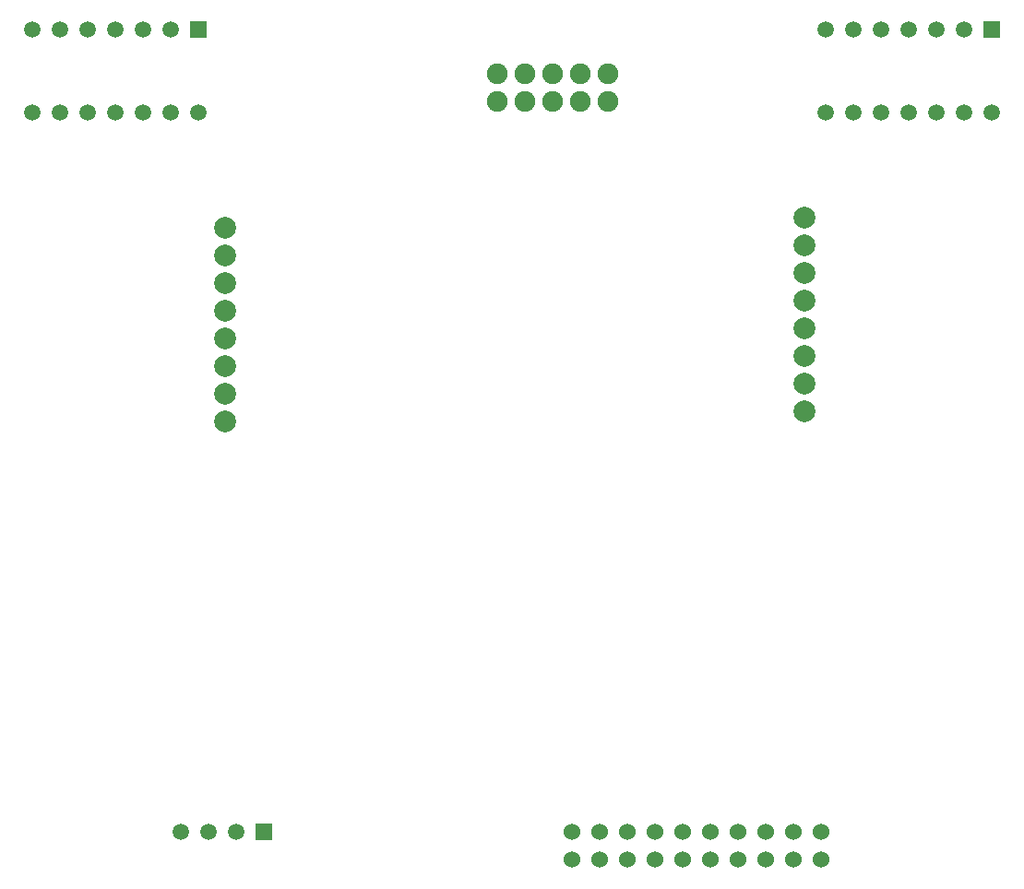
<source format=gbr>
%TF.GenerationSoftware,Altium Limited,Altium Designer,24.1.2 (44)*%
G04 Layer_Color=255*
%FSLAX45Y45*%
%MOMM*%
%TF.SameCoordinates,E01E6690-4C2E-4FB1-AE08-5A5A66155338*%
%TF.FilePolarity,Positive*%
%TF.FileFunction,Pads,Bot*%
%TF.Part,Single*%
G01*
G75*
%TA.AperFunction,ComponentPad*%
%ADD41C,1.52400*%
%ADD42C,1.50000*%
%ADD43R,1.50000X1.50000*%
%ADD44C,2.00000*%
%ADD45C,1.90000*%
%ADD46R,1.50000X1.50000*%
D41*
X10134590Y3581390D02*
D03*
X10388600Y3581400D02*
D03*
X10642600D02*
D03*
X10896600D02*
D03*
X11150600D02*
D03*
X11404600D02*
D03*
X11658590Y3581390D02*
D03*
X11912600Y3581400D02*
D03*
X12166600D02*
D03*
X12420600D02*
D03*
Y3327400D02*
D03*
X12166590Y3327390D02*
D03*
X11912600Y3327400D02*
D03*
X11658600D02*
D03*
X11404600D02*
D03*
X11150600D02*
D03*
X10896600D02*
D03*
X10642600D02*
D03*
X10388600D02*
D03*
X10134600D02*
D03*
D42*
X6540500Y3581400D02*
D03*
X6794500D02*
D03*
X7048500D02*
D03*
X12458700Y10185400D02*
D03*
X12712700D02*
D03*
X12966701D02*
D03*
X13220700D02*
D03*
X13474699D02*
D03*
X13728700D02*
D03*
X13982700D02*
D03*
X12458700Y10947400D02*
D03*
X12712700D02*
D03*
X12966701D02*
D03*
X13220700D02*
D03*
X13474699D02*
D03*
X13728700D02*
D03*
X5181600Y10185400D02*
D03*
X5435600D02*
D03*
X5689600D02*
D03*
X5943600D02*
D03*
X6197600D02*
D03*
X6451600D02*
D03*
X6705600D02*
D03*
X5181600Y10947400D02*
D03*
X5435600D02*
D03*
X5689600D02*
D03*
X5943600D02*
D03*
X6197600D02*
D03*
X6451600D02*
D03*
D43*
X7302500Y3581400D02*
D03*
D44*
X6946900Y9131300D02*
D03*
Y8877300D02*
D03*
Y8623300D02*
D03*
Y8369300D02*
D03*
Y8115300D02*
D03*
Y7861300D02*
D03*
Y7607300D02*
D03*
Y7353300D02*
D03*
X12268200Y7442200D02*
D03*
Y7696200D02*
D03*
Y7950200D02*
D03*
Y8204200D02*
D03*
Y8458200D02*
D03*
Y8712200D02*
D03*
Y8966200D02*
D03*
Y9220200D02*
D03*
D45*
X10464800Y10541000D02*
D03*
X10210800D02*
D03*
X9956800D02*
D03*
X9702800D02*
D03*
X9448800D02*
D03*
Y10287000D02*
D03*
X9702800D02*
D03*
X9956800D02*
D03*
X10210810Y10287010D02*
D03*
X10464800Y10287000D02*
D03*
D46*
X13982700Y10947400D02*
D03*
X6705600D02*
D03*
%TF.MD5,1af573cacf28f8412eacb73c08f22c4c*%
M02*

</source>
